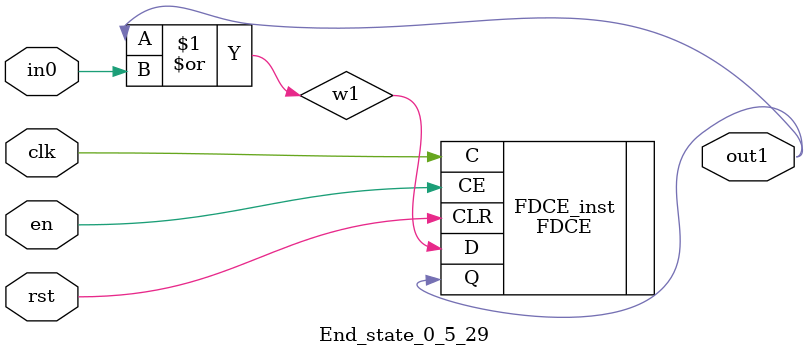
<source format=v>
module engine_0_5(out,clk,sod,en, in_32, in_0, in_1, in_3, in_4, in_8, in_10, in_12, in_14, in_16, in_17, in_19, in_21, in_24, in_25, in_27, in_31);
//pcre: /^[a-zA-Z]+\s+\x2Ferror-serverdown\x2Ejsp.*\x2E\x2E\x2F/mi
//block char: w[0], ^[9], \x20[8], N[0], O[0], S[0], -[0], \x2E[8], v[0], r[0], e[0], d[0], p[0], [\z617a\z415a][1], \x2F[8], j[0], .[7], 

	input clk,sod,en;

	input in_32, in_0, in_1, in_3, in_4, in_8, in_10, in_12, in_14, in_16, in_17, in_19, in_21, in_24, in_25, in_27, in_31;
	output out;

	assign w0 = 1'b1;
	state_0_5_1 BlockState_0_5_1 (w1,in_0,clk,en,sod,w0);
	state_0_5_2 BlockState_0_5_2 (w2,in_24,clk,en,sod,w2,w1);
	state_0_5_3 BlockState_0_5_3 (w3,in_1,clk,en,sod,w3,w2);
	state_0_5_4 BlockState_0_5_4 (w4,in_25,clk,en,sod,w3);
	state_0_5_5 BlockState_0_5_5 (w5,in_17,clk,en,sod,w4);
	state_0_5_6 BlockState_0_5_6 (w6,in_16,clk,en,sod,w5);
	state_0_5_7 BlockState_0_5_7 (w7,in_16,clk,en,sod,w6);
	state_0_5_8 BlockState_0_5_8 (w8,in_4,clk,en,sod,w7);
	state_0_5_9 BlockState_0_5_9 (w9,in_16,clk,en,sod,w8);
	state_0_5_10 BlockState_0_5_10 (w10,in_10,clk,en,sod,w9);
	state_0_5_11 BlockState_0_5_11 (w11,in_8,clk,en,sod,w10);
	state_0_5_12 BlockState_0_5_12 (w12,in_17,clk,en,sod,w11);
	state_0_5_13 BlockState_0_5_13 (w13,in_16,clk,en,sod,w12);
	state_0_5_14 BlockState_0_5_14 (w14,in_14,clk,en,sod,w13);
	state_0_5_15 BlockState_0_5_15 (w15,in_17,clk,en,sod,w14);
	state_0_5_16 BlockState_0_5_16 (w16,in_16,clk,en,sod,w15);
	state_0_5_17 BlockState_0_5_17 (w17,in_19,clk,en,sod,w16);
	state_0_5_18 BlockState_0_5_18 (w18,in_4,clk,en,sod,w17);
	state_0_5_19 BlockState_0_5_19 (w19,in_32,clk,en,sod,w18);
	state_0_5_20 BlockState_0_5_20 (w20,in_3,clk,en,sod,w19);
	state_0_5_21 BlockState_0_5_21 (w21,in_12,clk,en,sod,w20);
	state_0_5_22 BlockState_0_5_22 (w22,in_27,clk,en,sod,w21);
	state_0_5_23 BlockState_0_5_23 (w23,in_8,clk,en,sod,w22);
	state_0_5_24 BlockState_0_5_24 (w24,in_21,clk,en,sod,w23);
	state_0_5_25 BlockState_0_5_25 (w25,in_31,clk,en,sod,w25,w24);
	state_0_5_26 BlockState_0_5_26 (w26,in_12,clk,en,sod,w24,w25);
	state_0_5_27 BlockState_0_5_27 (w27,in_12,clk,en,sod,w26);
	state_0_5_28 BlockState_0_5_28 (w28,in_25,clk,en,sod,w27);
	End_state_0_5_29 BlockState_0_5_29 (out,clk,en,sod,w28);
endmodule

module state_0_5_1(out1,in_char,clk,en,rst,in0);
	input in_char,clk,en,rst,in0;
	output out1;
	wire w1,w2;
	assign w1 = in0; 
	and(w2,in_char,w1);
	FDCE #(.INIT(1'b0)) FDCE_inst (
		.Q(out1),
		.C(clk),
		.CE(en),
		.CLR(rst),
		.D(w2)
);
endmodule

module state_0_5_2(out1,in_char,clk,en,rst,in0,in1);
	input in_char,clk,en,rst,in0,in1;
	output out1;
	wire w1,w2;
	or(w1,in0,in1);
	and(w2,in_char,w1);
	FDCE #(.INIT(1'b0)) FDCE_inst (
		.Q(out1),
		.C(clk),
		.CE(en),
		.CLR(rst),
		.D(w2)
);
endmodule

module state_0_5_3(out1,in_char,clk,en,rst,in0,in1);
	input in_char,clk,en,rst,in0,in1;
	output out1;
	wire w1,w2;
	or(w1,in0,in1);
	and(w2,in_char,w1);
	FDCE #(.INIT(1'b0)) FDCE_inst (
		.Q(out1),
		.C(clk),
		.CE(en),
		.CLR(rst),
		.D(w2)
);
endmodule

module state_0_5_4(out1,in_char,clk,en,rst,in0);
	input in_char,clk,en,rst,in0;
	output out1;
	wire w1,w2;
	assign w1 = in0; 
	and(w2,in_char,w1);
	FDCE #(.INIT(1'b0)) FDCE_inst (
		.Q(out1),
		.C(clk),
		.CE(en),
		.CLR(rst),
		.D(w2)
);
endmodule

module state_0_5_5(out1,in_char,clk,en,rst,in0);
	input in_char,clk,en,rst,in0;
	output out1;
	wire w1,w2;
	assign w1 = in0; 
	and(w2,in_char,w1);
	FDCE #(.INIT(1'b0)) FDCE_inst (
		.Q(out1),
		.C(clk),
		.CE(en),
		.CLR(rst),
		.D(w2)
);
endmodule

module state_0_5_6(out1,in_char,clk,en,rst,in0);
	input in_char,clk,en,rst,in0;
	output out1;
	wire w1,w2;
	assign w1 = in0; 
	and(w2,in_char,w1);
	FDCE #(.INIT(1'b0)) FDCE_inst (
		.Q(out1),
		.C(clk),
		.CE(en),
		.CLR(rst),
		.D(w2)
);
endmodule

module state_0_5_7(out1,in_char,clk,en,rst,in0);
	input in_char,clk,en,rst,in0;
	output out1;
	wire w1,w2;
	assign w1 = in0; 
	and(w2,in_char,w1);
	FDCE #(.INIT(1'b0)) FDCE_inst (
		.Q(out1),
		.C(clk),
		.CE(en),
		.CLR(rst),
		.D(w2)
);
endmodule

module state_0_5_8(out1,in_char,clk,en,rst,in0);
	input in_char,clk,en,rst,in0;
	output out1;
	wire w1,w2;
	assign w1 = in0; 
	and(w2,in_char,w1);
	FDCE #(.INIT(1'b0)) FDCE_inst (
		.Q(out1),
		.C(clk),
		.CE(en),
		.CLR(rst),
		.D(w2)
);
endmodule

module state_0_5_9(out1,in_char,clk,en,rst,in0);
	input in_char,clk,en,rst,in0;
	output out1;
	wire w1,w2;
	assign w1 = in0; 
	and(w2,in_char,w1);
	FDCE #(.INIT(1'b0)) FDCE_inst (
		.Q(out1),
		.C(clk),
		.CE(en),
		.CLR(rst),
		.D(w2)
);
endmodule

module state_0_5_10(out1,in_char,clk,en,rst,in0);
	input in_char,clk,en,rst,in0;
	output out1;
	wire w1,w2;
	assign w1 = in0; 
	and(w2,in_char,w1);
	FDCE #(.INIT(1'b0)) FDCE_inst (
		.Q(out1),
		.C(clk),
		.CE(en),
		.CLR(rst),
		.D(w2)
);
endmodule

module state_0_5_11(out1,in_char,clk,en,rst,in0);
	input in_char,clk,en,rst,in0;
	output out1;
	wire w1,w2;
	assign w1 = in0; 
	and(w2,in_char,w1);
	FDCE #(.INIT(1'b0)) FDCE_inst (
		.Q(out1),
		.C(clk),
		.CE(en),
		.CLR(rst),
		.D(w2)
);
endmodule

module state_0_5_12(out1,in_char,clk,en,rst,in0);
	input in_char,clk,en,rst,in0;
	output out1;
	wire w1,w2;
	assign w1 = in0; 
	and(w2,in_char,w1);
	FDCE #(.INIT(1'b0)) FDCE_inst (
		.Q(out1),
		.C(clk),
		.CE(en),
		.CLR(rst),
		.D(w2)
);
endmodule

module state_0_5_13(out1,in_char,clk,en,rst,in0);
	input in_char,clk,en,rst,in0;
	output out1;
	wire w1,w2;
	assign w1 = in0; 
	and(w2,in_char,w1);
	FDCE #(.INIT(1'b0)) FDCE_inst (
		.Q(out1),
		.C(clk),
		.CE(en),
		.CLR(rst),
		.D(w2)
);
endmodule

module state_0_5_14(out1,in_char,clk,en,rst,in0);
	input in_char,clk,en,rst,in0;
	output out1;
	wire w1,w2;
	assign w1 = in0; 
	and(w2,in_char,w1);
	FDCE #(.INIT(1'b0)) FDCE_inst (
		.Q(out1),
		.C(clk),
		.CE(en),
		.CLR(rst),
		.D(w2)
);
endmodule

module state_0_5_15(out1,in_char,clk,en,rst,in0);
	input in_char,clk,en,rst,in0;
	output out1;
	wire w1,w2;
	assign w1 = in0; 
	and(w2,in_char,w1);
	FDCE #(.INIT(1'b0)) FDCE_inst (
		.Q(out1),
		.C(clk),
		.CE(en),
		.CLR(rst),
		.D(w2)
);
endmodule

module state_0_5_16(out1,in_char,clk,en,rst,in0);
	input in_char,clk,en,rst,in0;
	output out1;
	wire w1,w2;
	assign w1 = in0; 
	and(w2,in_char,w1);
	FDCE #(.INIT(1'b0)) FDCE_inst (
		.Q(out1),
		.C(clk),
		.CE(en),
		.CLR(rst),
		.D(w2)
);
endmodule

module state_0_5_17(out1,in_char,clk,en,rst,in0);
	input in_char,clk,en,rst,in0;
	output out1;
	wire w1,w2;
	assign w1 = in0; 
	and(w2,in_char,w1);
	FDCE #(.INIT(1'b0)) FDCE_inst (
		.Q(out1),
		.C(clk),
		.CE(en),
		.CLR(rst),
		.D(w2)
);
endmodule

module state_0_5_18(out1,in_char,clk,en,rst,in0);
	input in_char,clk,en,rst,in0;
	output out1;
	wire w1,w2;
	assign w1 = in0; 
	and(w2,in_char,w1);
	FDCE #(.INIT(1'b0)) FDCE_inst (
		.Q(out1),
		.C(clk),
		.CE(en),
		.CLR(rst),
		.D(w2)
);
endmodule

module state_0_5_19(out1,in_char,clk,en,rst,in0);
	input in_char,clk,en,rst,in0;
	output out1;
	wire w1,w2;
	assign w1 = in0; 
	and(w2,in_char,w1);
	FDCE #(.INIT(1'b0)) FDCE_inst (
		.Q(out1),
		.C(clk),
		.CE(en),
		.CLR(rst),
		.D(w2)
);
endmodule

module state_0_5_20(out1,in_char,clk,en,rst,in0);
	input in_char,clk,en,rst,in0;
	output out1;
	wire w1,w2;
	assign w1 = in0; 
	and(w2,in_char,w1);
	FDCE #(.INIT(1'b0)) FDCE_inst (
		.Q(out1),
		.C(clk),
		.CE(en),
		.CLR(rst),
		.D(w2)
);
endmodule

module state_0_5_21(out1,in_char,clk,en,rst,in0);
	input in_char,clk,en,rst,in0;
	output out1;
	wire w1,w2;
	assign w1 = in0; 
	and(w2,in_char,w1);
	FDCE #(.INIT(1'b0)) FDCE_inst (
		.Q(out1),
		.C(clk),
		.CE(en),
		.CLR(rst),
		.D(w2)
);
endmodule

module state_0_5_22(out1,in_char,clk,en,rst,in0);
	input in_char,clk,en,rst,in0;
	output out1;
	wire w1,w2;
	assign w1 = in0; 
	and(w2,in_char,w1);
	FDCE #(.INIT(1'b0)) FDCE_inst (
		.Q(out1),
		.C(clk),
		.CE(en),
		.CLR(rst),
		.D(w2)
);
endmodule

module state_0_5_23(out1,in_char,clk,en,rst,in0);
	input in_char,clk,en,rst,in0;
	output out1;
	wire w1,w2;
	assign w1 = in0; 
	and(w2,in_char,w1);
	FDCE #(.INIT(1'b0)) FDCE_inst (
		.Q(out1),
		.C(clk),
		.CE(en),
		.CLR(rst),
		.D(w2)
);
endmodule

module state_0_5_24(out1,in_char,clk,en,rst,in0);
	input in_char,clk,en,rst,in0;
	output out1;
	wire w1,w2;
	assign w1 = in0; 
	and(w2,in_char,w1);
	FDCE #(.INIT(1'b0)) FDCE_inst (
		.Q(out1),
		.C(clk),
		.CE(en),
		.CLR(rst),
		.D(w2)
);
endmodule

module state_0_5_25(out1,in_char,clk,en,rst,in0,in1);
	input in_char,clk,en,rst,in0,in1;
	output out1;
	wire w1,w2;
	or(w1,in0,in1);
	and(w2,in_char,w1);
	FDCE #(.INIT(1'b0)) FDCE_inst (
		.Q(out1),
		.C(clk),
		.CE(en),
		.CLR(rst),
		.D(w2)
);
endmodule

module state_0_5_26(out1,in_char,clk,en,rst,in0,in1);
	input in_char,clk,en,rst,in0,in1;
	output out1;
	wire w1,w2;
	or(w1,in0,in1);
	and(w2,in_char,w1);
	FDCE #(.INIT(1'b0)) FDCE_inst (
		.Q(out1),
		.C(clk),
		.CE(en),
		.CLR(rst),
		.D(w2)
);
endmodule

module state_0_5_27(out1,in_char,clk,en,rst,in0);
	input in_char,clk,en,rst,in0;
	output out1;
	wire w1,w2;
	assign w1 = in0; 
	and(w2,in_char,w1);
	FDCE #(.INIT(1'b0)) FDCE_inst (
		.Q(out1),
		.C(clk),
		.CE(en),
		.CLR(rst),
		.D(w2)
);
endmodule

module state_0_5_28(out1,in_char,clk,en,rst,in0);
	input in_char,clk,en,rst,in0;
	output out1;
	wire w1,w2;
	assign w1 = in0; 
	and(w2,in_char,w1);
	FDCE #(.INIT(1'b0)) FDCE_inst (
		.Q(out1),
		.C(clk),
		.CE(en),
		.CLR(rst),
		.D(w2)
);
endmodule

module End_state_0_5_29(out1,clk,en,rst,in0);
	input clk,rst,en,in0;
	output out1;
	wire w1;
	or(w1,out1,in0);
	FDCE #(.INIT(1'b0)) FDCE_inst (
		.Q(out1),
		.C(clk),
		.CE(en),
		.CLR(rst),
		.D(w1)
);
endmodule


</source>
